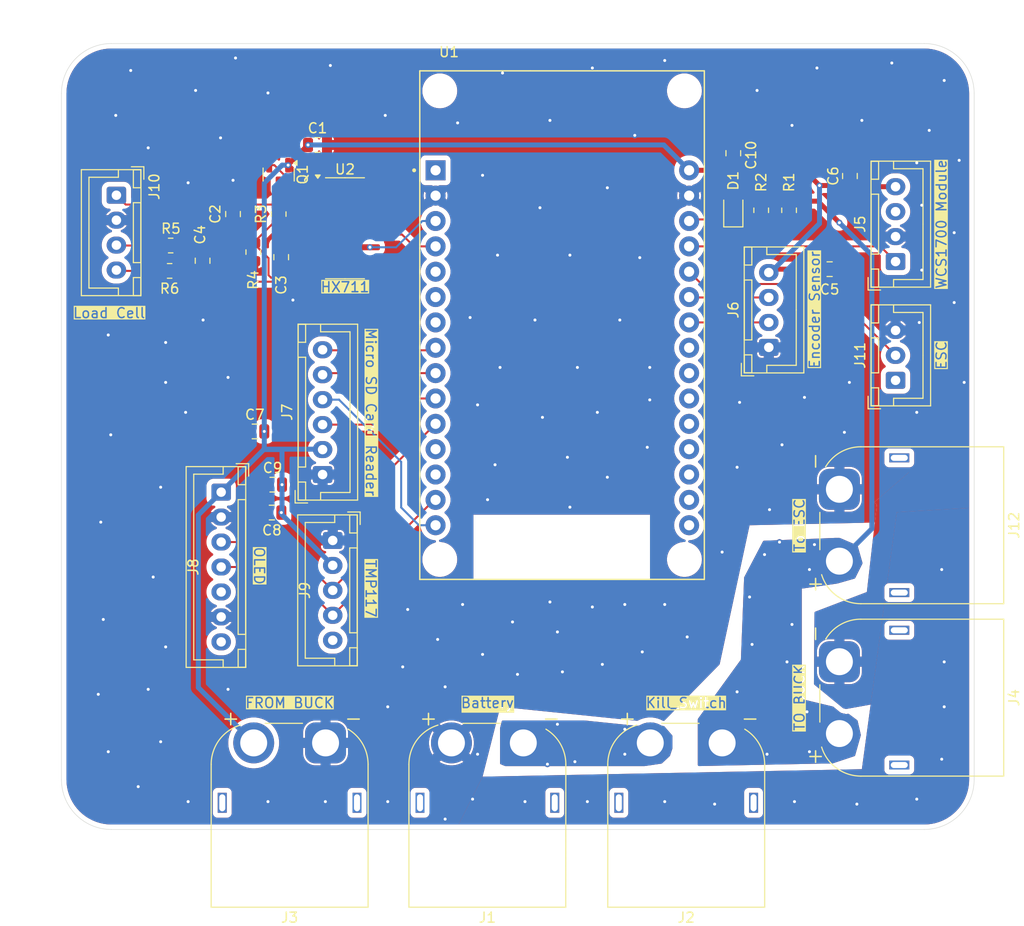
<source format=kicad_pcb>
(kicad_pcb (version 20241229) (generator "pcbnew") (generator_version "9.0")
  (layers (0 "F.Cu" signal) (2 "B.Cu" signal) (13 "F.Paste" user) (15 "B.Paste" user) (5 "F.SilkS" user "F.Silkscreen") (7 "B.SilkS" user "B.Silkscreen") (1 "F.Mask" user) (3 "B.Mask" user) (25 "Edge.Cuts" user))
  (net 0 "")
  (net 1 "VSense")
  (net 2 "CHB")
  (net 7 "CHA")
  (net 9 "Battery_+16V")
  (net 11 "+16V")
  (net 13 "+5V")
  (net 15 "CSense")
  (net 20 "MOSI")
  (net 22 "MISO")
  (net 23 "SCL")
  (net 25 "GND")
  (net 26 "SDA")
  (net 27 "VSPI_CS")
  (net 28 "SCK")
  (net 33 "SPI_SCK")
  (net 34 "Net-(J10-Pin_1)")
  (net 35 "Net-(Q1-B)")
  (net 36 "Net-(U2-INA+)")
  (net 37 "Net-(J10-Pin_3)")
  (net 38 "Net-(U2-INA-)")
  (net 39 "Net-(J10-Pin_4)")
  (net 40 "Net-(J11-Pin_2)")
  (net 41 "DOUT")
  (net 42 "Net-(U2-VBG)")
  (footprint "Resistor_SMD:R_0805_2012Metric" (layer "F.Cu") (at 169.164 67.5055 90)
    (property "Reference" "R2" (at 2.794 0 90) (layer "F.SilkS"))
    (property "Value" "10k" (hide yes))
    (pad "1" smd roundrect (at -0.9125 0 90) (size 1.025 1.4) (layers "F.Cu" "F.Mask" "F.Paste") (roundrect_rratio 0.243902) (net 1 "VSense"))
    (pad "2" smd roundrect (at 0.9125 0 90) (size 1.025 1.4) (layers "F.Cu" "F.Mask" "F.Paste") (roundrect_rratio 0.243902) (net 25 "GND"))
  )
  (footprint "Connector_JST:JST_XH_B7B-XH-A_1x07_P2.50mm_Vertical" (layer "F.Cu") (at 115.062 95.744 -90)
    (property "Reference" "J8" (at 7.5 2.794 90) (layer "F.SilkS"))
    (property "Value" "OLED" (at 7.38 -3.81 270) (layer "F.SilkS" knockout))
    (pad "1" thru_hole roundrect (at 0 0 270) (size 1.7 1.95) (drill 0.95) (layers "*.Cu" "*.Mask") (roundrect_rratio 0.147059) (net 13 "+5V"))
    (pad "2" thru_hole oval (at 2.5 0 270) (size 1.7 1.95) (drill 0.95) (layers "*.Cu" "*.Mask") (net 25 "GND"))
    (pad "3" thru_hole oval (at 5 0 270) (size 1.7 1.95) (drill 0.95) (layers "*.Cu" "*.Mask") (net 26 "SDA"))
    (pad "4" thru_hole oval (at 7.5 0 270) (size 1.7 1.95) (drill 0.95) (layers "*.Cu" "*.Mask") (net 23 "SCL"))
    (pad "5" thru_hole oval (at 10 0 270) (size 1.7 1.95) (drill 0.95) (layers "*.Cu" "*.Mask"))
    (pad "6" thru_hole oval (at 12.5 0 270) (size 1.7 1.95) (drill 0.95) (layers "*.Cu" "*.Mask") (net 25 "GND"))
    (pad "7" thru_hole oval (at 15 0 270) (size 1.7 1.95) (drill 0.95) (layers "*.Cu" "*.Mask"))
  )
  (footprint "Capacitor_SMD:C_0805_2012Metric" (layer "F.Cu") (at 176.022 73.406)
    (property "Reference" "C5" (at 0 2.032 0) (layer "F.SilkS"))
    (property "Value" "10u" (hide yes))
    (pad "1" smd roundrect (at -0.95 0) (size 1 1.45) (layers "F.Cu" "F.Mask" "F.Paste") (net 13 "+5V"))
    (pad "2" smd roundrect (at 0.95 0) (size 1 1.45) (layers "F.Cu" "F.Mask" "F.Paste") (net 25 "GND"))
  )
  (footprint "Connector_JST:JST_XH_B5B-XH-A_1x05_P2.50mm_Vertical" (layer "F.Cu") (at 126.238 100.584 -90)
    (property "Reference" "J9" (at 5 2.794 90) (layer "F.SilkS"))
    (property "Value" "TMP117" (at 4.826 -3.81 270) (layer "F.SilkS" knockout))
    (pad "1" thru_hole roundrect (at 0 0 270) (size 1.7 1.95) (drill 0.95) (layers "*.Cu" "*.Mask") (roundrect_rratio 0.147059) (net 25 "GND"))
    (pad "2" thru_hole oval (at 2.5 0 270) (size 1.7 1.95) (drill 0.95) (layers "*.Cu" "*.Mask") (net 13 "+5V"))
    (pad "3" thru_hole oval (at 5 0 270) (size 1.7 1.95) (drill 0.95) (layers "*.Cu" "*.Mask") (net 26 "SDA"))
    (pad "4" thru_hole oval (at 7.5 0 270) (size 1.7 1.95) (drill 0.95) (layers "*.Cu" "*.Mask") (net 23 "SCL"))
    (pad "5" thru_hole oval (at 10 0 270) (size 1.7 1.95) (drill 0.95) (layers "*.Cu" "*.Mask"))
  )
  (footprint "Resistor_SMD:R_0805_2012Metric" (layer "F.Cu") (at 110.0029 71.0374)
    (property "Reference" "R5" (at 0.0234 -1.6942 0) (layer "F.SilkS"))
    (property "Value" "100" (hide yes))
    (pad "1" smd roundrect (at -0.9125 0) (size 1.025 1.4) (layers "F.Cu" "F.Mask" "F.Paste") (roundrect_rratio 0.243902) (net 37 "Net-(J10-Pin_3)"))
    (pad "2" smd roundrect (at 0.9125 0) (size 1.025 1.4) (layers "F.Cu" "F.Mask" "F.Paste") (roundrect_rratio 0.243902) (net 38 "Net-(U2-INA-)"))
  )
  (footprint "Connector_JST:JST_XH_B4B-XH-A_1x04_P2.50mm_Vertical" (layer "F.Cu") (at 169.926 81.24 90)
    (property "Reference" "J6" (at 3.75 -3.55 90) (layer "F.SilkS"))
    (property "Value" "Encoder Sensor" (at 3.75 4.6 90) (layer "F.SilkS" knockout))
    (pad "1" thru_hole roundrect (at 0 0 90) (size 1.7 1.95) (drill 0.95) (layers "*.Cu" "*.Mask") (roundrect_rratio 0.147059) (net 25 "GND"))
    (pad "2" thru_hole oval (at 2.5 0 90) (size 1.7 1.95) (drill 0.95) (layers "*.Cu" "*.Mask") (net 2 "CHB"))
    (pad "3" thru_hole oval (at 5 0 90) (size 1.7 1.95) (drill 0.95) (layers "*.Cu" "*.Mask") (net 7 "CHA"))
    (pad "4" thru_hole oval (at 7.5 0 90) (size 1.7 1.95) (drill 0.95) (layers "*.Cu" "*.Mask") (net 13 "+5V"))
  )
  (footprint "Connector_JST:JST_XH_B4B-XH-A_1x04_P2.50mm_Vertical" (layer "F.Cu") (at 182.626 72.644 90)
    (property "Reference" "J5" (at 3.75 -3.55 90) (layer "F.SilkS"))
    (property "Value" "WCS1700 Module" (at 3.75 4.6 90) (layer "F.SilkS" knockout))
    (pad "1" thru_hole roundrect (at 0 0 90) (size 1.7 1.95) (drill 0.95) (layers "*.Cu" "*.Mask") (roundrect_rratio 0.147059) (net 15 "CSense"))
    (pad "2" thru_hole oval (at 2.5 0 90) (size 1.7 1.95) (drill 0.95) (layers "*.Cu" "*.Mask") (net 25 "GND"))
    (pad "3" thru_hole oval (at 5 0 90) (size 1.7 1.95) (drill 0.95) (layers "*.Cu" "*.Mask"))
    (pad "4" thru_hole oval (at 7.5 0 90) (size 1.7 1.95) (drill 0.95) (layers "*.Cu" "*.Mask") (net 13 "+5V"))
  )
  (footprint "Diode_SMD:D_0805_2012Metric" (layer "F.Cu") (at 166.37 67.4855 90)
    (property "Reference" "D1" (at 2.9445 0 90) (layer "F.SilkS"))
    (property "Value" "3.3V" (hide yes))
    (pad "1" smd roundrect (at -0.9375 0 90) (size 0.975 1.4) (layers "F.Cu" "F.Mask" "F.Paste") (net 1 "VSense"))
    (pad "2" smd roundrect (at 0.9375 0 90) (size 0.975 1.4) (layers "F.Cu" "F.Mask" "F.Paste") (net 25 "GND"))
  )
  (footprint "Package_SO:SOP-16_3.9x9.9mm_P1.27mm" (layer "F.Cu") (at 127.4654 69.3064)
    (property "Reference" "U2" (at 0 -5.9 0) (layer "F.SilkS"))
    (property "Value" "HX711" (at 0 5.9 0) (layer "F.SilkS" knockout))
    (pad "1" smd roundrect (at -2.5 -4.445) (size 2 0.6) (layers "F.Cu" "F.Mask" "F.Paste") (net 13 "+5V"))
    (pad "2" smd roundrect (at -2.5 -3.175) (size 2 0.6) (layers "F.Cu" "F.Mask" "F.Paste") (net 35 "Net-(Q1-B)"))
    (pad "3" smd roundrect (at -2.5 -1.905) (size 2 0.6) (layers "F.Cu" "F.Mask" "F.Paste") (net 34 "Net-(J10-Pin_1)"))
    (pad "4" smd roundrect (at -2.5 -0.635) (size 2 0.6) (layers "F.Cu" "F.Mask" "F.Paste") (net 38 "Net-(U2-INA-)"))
    (pad "5" smd roundrect (at -2.5 0.635) (size 2 0.6) (layers "F.Cu" "F.Mask" "F.Paste") (net 25 "GND"))
    (pad "6" smd roundrect (at -2.5 1.905) (size 2 0.6) (layers "F.Cu" "F.Mask" "F.Paste") (net 42 "Net-(U2-VBG)"))
    (pad "7" smd roundrect (at -2.5 3.175) (size 2 0.6) (layers "F.Cu" "F.Mask" "F.Paste") (net 38 "Net-(U2-INA-)"))
    (pad "8" smd roundrect (at -2.5 4.445) (size 2 0.6) (layers "F.Cu" "F.Mask" "F.Paste") (net 36 "Net-(U2-INA+)"))
    (pad "9" smd roundrect (at 2.5 4.445) (size 2 0.6) (layers "F.Cu" "F.Mask" "F.Paste") (net 25 "GND"))
    (pad "10" smd roundrect (at 2.5 3.175) (size 2 0.6) (layers "F.Cu" "F.Mask" "F.Paste") (net 25 "GND"))
    (pad "11" smd roundrect (at 2.5 1.905) (size 2 0.6) (layers "F.Cu" "F.Mask" "F.Paste") (net 28 "SCK"))
    (pad "12" smd roundrect (at 2.5 0.635) (size 2 0.6) (layers "F.Cu" "F.Mask" "F.Paste") (net 41 "DOUT"))
    (pad "13" smd roundrect (at 2.5 -0.635) (size 2 0.6) (layers "F.Cu" "F.Mask" "F.Paste"))
    (pad "14" smd roundrect (at 2.5 -1.905) (size 2 0.6) (layers "F.Cu" "F.Mask" "F.Paste") (net 25 "GND"))
    (pad "15" smd roundrect (at 2.5 -3.175) (size 2 0.6) (layers "F.Cu" "F.Mask" "F.Paste") (net 25 "GND"))
    (pad "16" smd roundrect (at 2.5 -4.445) (size 2 0.6) (layers "F.Cu" "F.Mask" "F.Paste") (net 13 "+5V"))
  )
  (footprint "Connector_JST:JST_XH_B4B-XH-A_1x04_P2.50mm_Vertical" (layer "F.Cu") (at 104.5654 65.9974 -90)
    (property "Reference" "J10" (at -0.860723 -3.798355 90) (layer "F.SilkS"))
    (property "Value" "Load Cell" (at 11.807714 0.733084 180) (layer "F.SilkS" knockout))
    (pad "1" thru_hole roundrect (at 0 0 270) (size 1.7 1.95) (drill 0.95) (layers "*.Cu" "*.Mask") (roundrect_rratio 0.147059) (net 34 "Net-(J10-Pin_1)"))
    (pad "2" thru_hole oval (at 2.5 0 270) (size 1.7 1.95) (drill 0.95) (layers "*.Cu" "*.Mask") (net 25 "GND"))
    (pad "3" thru_hole oval (at 5 0 270) (size 1.7 1.95) (drill 0.95) (layers "*.Cu" "*.Mask") (net 37 "Net-(J10-Pin_3)"))
    (pad "4" thru_hole oval (at 7.5 0 270) (size 1.7 1.95) (drill 0.95) (layers "*.Cu" "*.Mask") (net 39 "Net-(J10-Pin_4)"))
  )
  (footprint "Custom_Footprints:MODULE_ESP32_DEVKIT_V1" (layer "F.Cu") (at 149.2435 79.015)
    (property "Reference" "U1" (at -11.355 -27.36 0) (layer "F.SilkS"))
    (property "Value" "ESP32-DEVKIT-V1")
    (pad "" np_thru_hole circle (at -12.28 -23.475) (size 3 3) (drill 3) (layers "*.Cu" "*.Mask"))
    (pad "" np_thru_hole circle (at -12.28 23.475) (size 3 3) (drill 3) (layers "*.Cu" "*.Mask"))
    (pad "" np_thru_hole circle (at 12.23 -23.475) (size 3 3) (drill 3) (layers "*.Cu" "*.Mask"))
    (pad "" np_thru_hole circle (at 12.23 23.475) (size 3 3) (drill 3) (layers "*.Cu" "*.Mask"))
    (pad "1" thru_hole rect (at -12.7 -15.515) (size 2 2) (drill 1.02) (layers "*.Cu" "*.Mask"))
    (pad "2" thru_hole circle (at -12.7 -12.975) (size 2 2) (drill 1.02) (layers "*.Cu" "*.Mask") (net 25 "GND"))
    (pad "3" thru_hole circle (at -12.7 -10.435) (size 2 2) (drill 1.02) (layers "*.Cu" "*.Mask") (net 28 "SCK"))
    (pad "4" thru_hole circle (at -12.7 -7.895) (size 2 2) (drill 1.02) (layers "*.Cu" "*.Mask") (net 41 "DOUT"))
    (pad "5" thru_hole circle (at -12.7 -5.355) (size 2 2) (drill 1.02) (layers "*.Cu" "*.Mask"))
    (pad "6" thru_hole circle (at -12.7 -2.815) (size 2 2) (drill 1.02) (layers "*.Cu" "*.Mask"))
    (pad "7" thru_hole circle (at -12.7 -0.275) (size 2 2) (drill 1.02) (layers "*.Cu" "*.Mask"))
    (pad "8" thru_hole circle (at -12.7 2.265) (size 2 2) (drill 1.02) (layers "*.Cu" "*.Mask") (net 27 "VSPI_CS"))
    (pad "9" thru_hole circle (at -12.7 4.805) (size 2 2) (drill 1.02) (layers "*.Cu" "*.Mask") (net 33 "SPI_SCK"))
    (pad "10" thru_hole circle (at -12.7 7.345) (size 2 2) (drill 1.02) (layers "*.Cu" "*.Mask") (net 22 "MISO"))
    (pad "11" thru_hole circle (at -12.7 9.885) (size 2 2) (drill 1.02) (layers "*.Cu" "*.Mask") (net 26 "SDA"))
    (pad "12" thru_hole circle (at -12.7 12.425) (size 2 2) (drill 1.02) (layers "*.Cu" "*.Mask"))
    (pad "13" thru_hole circle (at -12.7 14.965) (size 2 2) (drill 1.02) (layers "*.Cu" "*.Mask"))
    (pad "14" thru_hole circle (at -12.7 17.505) (size 2 2) (drill 1.02) (layers "*.Cu" "*.Mask") (net 23 "SCL"))
    (pad "15" thru_hole circle (at -12.7 20.045) (size 2 2) (drill 1.02) (layers "*.Cu" "*.Mask") (net 20 "MOSI"))
    (pad "16" thru_hole circle (at 12.7 20.045) (size 2 2) (drill 1.02) (layers "*.Cu" "*.Mask"))
    (pad "17" thru_hole circle (at 12.7 17.505) (size 2 2) (drill 1.02) (layers "*.Cu" "*.Mask"))
    (pad "18" thru_hole circle (at 12.7 14.965) (size 2 2) (drill 1.02) (layers "*.Cu" "*.Mask"))
    (pad "19" thru_hole circle (at 12.7 12.425) (size 2 2) (drill 1.02) (layers "*.Cu" "*.Mask"))
    (pad "20" thru_hole circle (at 12.7 9.885) (size 2 2) (drill 1.02) (layers "*.Cu" "*.Mask"))
    (pad "21" thru_hole circle (at 12.7 7.345) (size 2 2) (drill 1.02) (layers "*.Cu" "*.Mask"))
    (pad "22" thru_hole circle (at 12.7 4.805) (size 2 2) (drill 1.02) (layers "*.Cu" "*.Mask"))
    (pad "23" thru_hole circle (at 12.7 2.265) (size 2 2) (drill 1.02) (layers "*.Cu" "*.Mask"))
    (pad "24" thru_hole circle (at 12.7 -0.275) (size 2 2) (drill 1.02) (layers "*.Cu" "*.Mask") (net 2 "CHB"))
    (pad "25" thru_hole circle (at 12.7 -2.815) (size 2 2) (drill 1.02) (layers "*.Cu" "*.Mask") (net 7 "CHA"))
    (pad "26" thru_hole circle (at 12.7 -5.355) (size 2 2) (drill 1.02) (layers "*.Cu" "*.Mask") (net 40 "Net-(J11-Pin_2)"))
    (pad "27" thru_hole circle (at 12.7 -7.895) (size 2 2) (drill 1.02) (layers "*.Cu" "*.Mask") (net 15 "CSense"))
    (pad "28" thru_hole circle (at 12.7 -10.435) (size 2 2) (drill 1.02) (layers "*.Cu" "*.Mask") (net 1 "VSense"))
    (pad "29" thru_hole circle (at 12.7 -12.975) (size 2 2) (drill 1.02) (layers "*.Cu" "*.Mask") (net 25 "GND"))
    (pad "30" thru_hole circle (at 12.7 -15.515) (size 2 2) (drill 1.02) (layers "*.Cu" "*.Mask") (net 13 "+5V"))
    (zone (net 0) (net_name "") (layer "F.Cu") (connect_pads (clearance 0)) (min_thickness 0.01)
      (keepout (tracks not_allowed) (vias not_allowed) (pads not_allowed) (copperpour not_allowed) (footprints allowed))
      (fill (thermal_gap 0.508) (thermal_bridge_width 0.508))
      (polygon (pts (xy 140.3335 98) (xy 158.0235 98) (xy 158.0235 104.49) (xy 140.3335 104.49)))
    )
    (zone (net 0) (net_name "") (layer "B.Cu") (connect_pads (clearance 0)) (min_thickness 0.01)
      (keepout (tracks not_allowed) (vias not_allowed) (pads not_allowed) (copperpour not_allowed) (footprints allowed))
      (fill (thermal_gap 0.508) (thermal_bridge_width 0.508))
      (polygon (pts (xy 140.3335 98) (xy 158.0235 98) (xy 158.0235 104.49) (xy 140.3335 104.49)))
    )
  )
  (footprint "Capacitor_SMD:C_0805_2012Metric" (layer "F.Cu") (at 118.43 89.662)
    (property "Reference" "C7" (at 0 -1.68 0) (layer "F.SilkS"))
    (property "Value" "10u")
    (pad "1" smd roundrect (at -0.95 0) (size 1 1.45) (layers "F.Cu" "F.Mask" "F.Paste") (net 25 "GND"))
    (pad "2" smd roundrect (at 0.95 0) (size 1 1.45) (layers "F.Cu" "F.Mask" "F.Paste") (net 13 "+5V"))
  )
  (footprint "Connector_AMASS:AMASS_XT60PW-M_1x02_P7.20mm_Horizontal" (layer "F.Cu") (at 145.332 120.866 180)
    (property "Reference" "J1" (at 3.6 -17.5 0) (layer "F.SilkS"))
    (property "Value" "Battery" (at 3.6 4 0) (layer "F.SilkS" knockout))
    (fp_text user "-" (at -2.8 2.5 0) (layer "F.SilkS") (effects (font (size 1.5 1.5))))
    (fp_text user "+" (at 9.5 2.5 0) (layer "F.SilkS") (effects (font (size 1.5 1.5))))
    (pad "" thru_hole rect (at -3.15 -6 180) (size 0.9 2) (drill oval 0.6 1.7) (layers "*.Cu" "*.Mask"))
    (pad "" thru_hole rect (at 10.35 -6 180) (size 0.9 2) (drill oval 0.6 1.7) (layers "*.Cu" "*.Mask"))
    (pad "1" thru_hole roundrect (at 0 0 180) (size 4.1 4.1) (drill 2.7) (layers "*.Cu" "*.Mask") (net 9 "Battery_+16V"))
    (pad "2" thru_hole circle (at 7.2 0 180) (size 4.1 4.1) (drill 2.7) (layers "*.Cu" "*.Mask") (net 25 "GND"))
  )
  (footprint "Capacitor_SMD:C_0805_2012Metric" (layer "F.Cu") (at 116.2494 67.884 -90)
    (property "Reference" "C2" (at 0 1.778 90) (layer "F.SilkS"))
    (property "Value" "10u" (hide yes))
    (pad "1" smd roundrect (at -0.95 0 270) (size 1 1.45) (layers "F.Cu" "F.Mask" "F.Paste") (net 34 "Net-(J10-Pin_1)"))
    (pad "2" smd roundrect (at 0.95 0 270) (size 1 1.45) (layers "F.Cu" "F.Mask" "F.Paste") (net 25 "GND"))
  )
  (footprint "Capacitor_SMD:C_0805_2012Metric" (layer "F.Cu") (at 178.054 64.074 90)
    (property "Reference" "C6" (at 0 -1.68 90) (layer "F.SilkS"))
    (property "Value" "10u")
    (pad "1" smd roundrect (at -0.95 0 90) (size 1 1.45) (layers "F.Cu" "F.Mask" "F.Paste") (net 13 "+5V"))
    (pad "2" smd roundrect (at 0.95 0 90) (size 1 1.45) (layers "F.Cu" "F.Mask" "F.Paste") (net 25 "GND"))
  )
  (footprint "Capacitor_SMD:C_0805_2012Metric" (layer "F.Cu") (at 124.714 60.96)
    (property "Reference" "C1" (at 0 -1.68 0) (layer "F.SilkS"))
    (property "Value" "10u")
    (pad "1" smd roundrect (at -0.95 0) (size 1 1.45) (layers "F.Cu" "F.Mask" "F.Paste") (net 13 "+5V"))
    (pad "2" smd roundrect (at 0.95 0) (size 1 1.45) (layers "F.Cu" "F.Mask" "F.Paste") (net 25 "GND"))
  )
  (footprint "Package_TO_SOT_SMD:SOT-23" (layer "F.Cu") (at 120.8214 63.9239 -90)
    (property "Reference" "Q1" (at 0 -2.4 90) (layer "F.SilkS"))
    (property "Value" "S8550")
    (pad "1" smd roundrect (at -0.9375 -0.95 270) (size 1.475 0.6) (layers "F.Cu" "F.Mask" "F.Paste") (net 13 "+5V"))
    (pad "2" smd roundrect (at -0.9375 0.95 270) (size 1.475 0.6) (layers "F.Cu" "F.Mask" "F.Paste") (net 35 "Net-(Q1-B)"))
    (pad "3" smd roundrect (at 0.9375 0 270) (size 1.475 0.6) (layers "F.Cu" "F.Mask" "F.Paste") (net 34 "Net-(J10-Pin_1)"))
  )
  (footprint "Capacitor_SMD:C_0805_2012Metric" (layer "F.Cu") (at 121.0754 72.202 90)
    (property "Reference" "C3" (at -2.794 0 90) (layer "F.SilkS"))
    (property "Value" "0.1u")
    (pad "1" smd roundrect (at -0.95 0 90) (size 1 1.45) (layers "F.Cu" "F.Mask" "F.Paste") (net 25 "GND"))
    (pad "2" smd roundrect (at 0.95 0 90) (size 1 1.45) (layers "F.Cu" "F.Mask" "F.Paste") (net 42 "Net-(U2-VBG)"))
  )
  (footprint "Capacitor_SMD:C_0805_2012Metric" (layer "F.Cu") (at 113.2014 72.5614 -90)
    (property "Reference" "C4" (at -2.606 0.254 90) (layer "F.SilkS"))
    (property "Value" "0.1u" (hide yes))
    (pad "1" smd roundrect (at -0.95 0 270) (size 1 1.45) (layers "F.Cu" "F.Mask" "F.Paste") (net 38 "Net-(U2-INA-)"))
    (pad "2" smd roundrect (at 0.95 0 270) (size 1 1.45) (layers "F.Cu" "F.Mask" "F.Paste") (net 36 "Net-(U2-INA+)"))
  )
  (footprint "Resistor_SMD:R_0805_2012Metric" (layer "F.Cu") (at 118.2814 71.694 -90)
    (property "Reference" "R4" (at 2.794 0 90) (layer "F.SilkS"))
    (property "Value" "1k")
    (pad "1" smd roundrect (at -0.9125 0 270) (size 1.025 1.4) (layers "F.Cu" "F.Mask" "F.Paste") (roundrect_rratio 0.243902) (net 38 "Net-(U2-INA-)"))
    (pad "2" smd roundrect (at 0.9125 0 270) (size 1.025 1.4) (layers "F.Cu" "F.Mask" "F.Paste") (roundrect_rratio 0.243902) (net 25 "GND"))
  )
  (footprint "Capacitor_SMD:C_0805_2012Metric" (layer "F.Cu") (at 120.142 97.79)
    (property "Reference" "C8" (at 0 1.778 0) (layer "F.SilkS"))
    (property "Value" "10u" (hide yes))
    (pad "1" smd roundrect (at -0.95 0) (size 1 1.45) (layers "F.Cu" "F.Mask" "F.Paste") (net 25 "GND"))
    (pad "2" smd roundrect (at 0.95 0) (size 1 1.45) (layers "F.Cu" "F.Mask" "F.Paste") (net 13 "+5V"))
  )
  (footprint "Resistor_SMD:R_0805_2012Metric" (layer "F.Cu") (at 109.8994 73.5774)
    (property "Reference" "R6" (at 0 1.778 0) (layer "F.SilkS"))
    (property "Value" "100" (hide yes))
    (pad "1" smd roundrect (at -0.9125 0) (size 1.025 1.4) (layers "F.Cu" "F.Mask" "F.Paste") (roundrect_rratio 0.243902) (net 39 "Net-(J10-Pin_4)"))
    (pad "2" smd roundrect (at 0.9125 0) (size 1.025 1.4) (layers "F.Cu" "F.Mask" "F.Paste") (roundrect_rratio 0.243902) (net 36 "Net-(U2-INA+)"))
  )
  (footprint "Capacitor_SMD:C_0805_2012Metric" (layer "F.Cu") (at 120.208 94.996)
    (property "Reference" "C9" (at 0 -1.68 0) (layer "F.SilkS"))
    (property "Value" "10u" (hide yes))
    (pad "1" smd roundrect (at -0.95 0) (size 1 1.45) (layers "F.Cu" "F.Mask" "F.Paste") (net 25 "GND"))
    (pad "2" smd roundrect (at 0.95 0) (size 1 1.45) (layers "F.Cu" "F.Mask" "F.Paste") (net 13 "+5V"))
  )
  (footprint "Capacitor_SMD:C_0805_2012Metric" (layer "F.Cu") (at 166.37 61.788 -90)
    (property "Reference" "C10" (at 0.188 -1.778 90) (layer "F.SilkS"))
    (property "Value" "10u" (hide yes))
    (pad "1" smd roundrect (at -0.95 0 270) (size 1 1.45) (layers "F.Cu" "F.Mask" "F.Paste") (net 25 "GND"))
    (pad "2" smd roundrect (at 0.95 0 270) (size 1 1.45) (layers "F.Cu" "F.Mask" "F.Paste") (net 13 "+5V"))
  )
  (footprint "Connector_AMASS:AMASS_XT60PW-M_1x02_P7.20mm_Horizontal" (layer "F.Cu") (at 177 112.732 -90)
    (property "Reference" "J4" (at 3.6 -17.5 90) (layer "F.SilkS"))
    (property "Value" "TO BUCK" (at 3.6 4 90) (layer "F.SilkS" knockout))
    (fp_text user "+" (at 9.5 2.5 90) (layer "F.SilkS") (effects (font (size 1.5 1.5))))
    (fp_text user "-" (at -2.8 2.5 90) (layer "F.SilkS") (effects (font (size 1.5 1.5))))
    (pad "" thru_hole rect (at -3.15 -6 270) (size 0.9 2) (drill oval 0.6 1.7) (layers "*.Cu" "*.Mask"))
    (pad "" thru_hole rect (at 10.35 -6 270) (size 0.9 2) (drill oval 0.6 1.7) (layers "*.Cu" "*.Mask"))
    (pad "1" thru_hole roundrect (at 0 0 270) (size 4.1 4.1) (drill 2.7) (layers "*.Cu" "*.Mask") (net 25 "GND"))
    (pad "2" thru_hole circle (at 7.2 0 270) (size 4.1 4.1) (drill 2.7) (layers "*.Cu" "*.Mask") (net 11 "+16V"))
  )
  (footprint "Connector_AMASS:AMASS_XT60PW-M_1x02_P7.20mm_Horizontal" (layer "F.Cu") (at 165.252 120.866 180)
    (property "Reference" "J2" (at 3.6 -17.5 0) (layer "F.SilkS"))
    (property "Value" "Kill_Switch" (at 3.6 4 0) (layer "F.SilkS" knockout))
    (fp_text user "-" (at -2.8 2.5 0) (layer "F.SilkS") (effects (font (size 1.5 1.5))))
    (fp_text user "+" (at 9.5 2.5 0) (layer "F.SilkS") (effects (font (size 1.5 1.5))))
    (pad "" thru_hole rect (at -3.15 -6 180) (size 0.9 2) (drill oval 0.6 1.7) (layers "*.Cu" "*.Mask"))
    (pad "" thru_hole rect (at 10.35 -6 180) (size 0.9 2) (drill oval 0.6 1.7) (layers "*.Cu" "*.Mask"))
    (pad "1" thru_hole roundrect (at 0 0 180) (size 4.1 4.1) (drill 2.7) (layers "*.Cu" "*.Mask") (net 11 "+16V"))
    (pad "2" thru_hole circle (at 7.2 0 180) (size 4.1 4.1) (drill 2.7) (layers "*.Cu" "*.Mask") (net 9 "Battery_+16V"))
  )
  (footprint "Connector_AMASS:AMASS_XT60PW-M_1x02_P7.20mm_Horizontal" (layer "F.Cu") (at 125.52 120.866 180)
    (property "Reference" "J3" (at 3.6 -17.5 0) (layer "F.SilkS"))
    (property "Value" "FROM BUCK" (at 3.6 4 0) (layer "F.SilkS" knockout))
    (fp_text user "-" (at -2.8 2.5 0) (layer "F.SilkS") (effects (font (size 1.5 1.5))))
    (fp_text user "+" (at 9.5 2.5 0) (layer "F.SilkS") (effects (font (size 1.5 1.5))))
    (pad "" thru_hole rect (at -3.15 -6 180) (size 0.9 2) (drill oval 0.6 1.7) (layers "*.Cu" "*.Mask"))
    (pad "" thru_hole rect (at 10.35 -6 180) (size 0.9 2) (drill oval 0.6 1.7) (layers "*.Cu" "*.Mask"))
    (pad "1" thru_hole roundrect (at 0 0 180) (size 4.1 4.1) (drill 2.7) (layers "*.Cu" "*.Mask") (net 25 "GND"))
    (pad "2" thru_hole circle (at 7.2 0 180) (size 4.1 4.1) (drill 2.7) (layers "*.Cu" "*.Mask") (net 13 "+5V"))
  )
  (footprint "Connector_JST:JST_XH_B6B-XH-A_1x06_P2.50mm_Vertical" (layer "F.Cu") (at 125.222 93.98 90)
    (property "Reference" "J7" (at 6.25 -3.55 90) (layer "F.SilkS"))
    (property "Value" "Micro SD Card Reader" (at 6.25 4.843 270) (layer "F.SilkS" knockout))
    (pad "1" thru_hole roundrect (at 0 0 90) (size 1.7 1.95) (drill 0.95) (layers "*.Cu" "*.Mask") (roundrect_rratio 0.147059) (net 25 "GND"))
    (pad "2" thru_hole oval (at 2.5 0 90) (size 1.7 1.95) (drill 0.95) (layers "*.Cu" "*.Mask") (net 13 "+5V"))
    (pad "3" thru_hole oval (at 5 0 90) (size 1.7 1.95) (drill 0.95) (layers "*.Cu" "*.Mask") (net 22 "MISO"))
    (pad "4" thru_hole oval (at 7.5 0 90) (size 1.7 1.95) (drill 0.95) (layers "*.Cu" "*.Mask") (net 20 "MOSI"))
    (pad "5" thru_hole oval (at 10 0 90) (size 1.7 1.95) (drill 0.95) (layers "*.Cu" "*.Mask") (net 33 "SPI_SCK"))
    (pad "6" thru_hole oval (at 12.5 0 90) (size 1.7 1.95) (drill 0.95) (layers "*.Cu" "*.Mask") (net 27 "VSPI_CS"))
  )
  (footprint "Connector_AMASS:AMASS_XT60PW-M_1x02_P7.20mm_Horizontal" (layer "F.Cu") (at 177 95.46 -90)
    (property "Reference" "J12" (at 3.6 -17.5 90) (layer "F.SilkS"))
    (property "Value" "To ESC" (at 3.6 4 90) (layer "F.SilkS" knockout))
    (fp_text user "-" (at -2.8 2.5 90) (layer "F.SilkS") (effects (font (size 1.5 1.5))))
    (fp_text user "+" (at 9.5 2.5 90) (layer "F.SilkS") (effects (font (size 1.5 1.5))))
    (pad "" thru_hole rect (at -3.15 -6 270) (size 0.9 2) (drill oval 0.6 1.7) (layers "*.Cu" "*.Mask"))
    (pad "" thru_hole rect (at 10.35 -6 270) (size 0.9 2) (drill oval 0.6 1.7) (layers "*.Cu" "*.Mask"))
    (pad "1" thru_hole roundrect (at 0 0 270) (size 4.1 4.1) (drill 2.7) (layers "*.Cu" "*.Mask") (net 25 "GND"))
    (pad "2" thru_hole circle (at 7.2 0 270) (size 4.1 4.1) (drill 2.7) (layers "*.Cu" "*.Mask") (net 11 "+16V"))
  )
  (footprint "Resistor_SMD:R_0805_2012Metric" (layer "F.Cu") (at 171.958 67.5055 -90)
    (property "Reference" "R1" (at -2.794 0 90) (layer "F.SilkS"))
    (property "Value" "180k" (hide yes))
    (pad "1" smd roundrect (at -0.9125 0 270) (size 1.025 1.4) (layers "F.Cu" "F.Mask" "F.Paste") (roundrect_rratio 0.243902) (net 11 "+16V"))
    (pad "2" smd roundrect (at 0.9125 0 270) (size 1.025 1.4) (layers "F.Cu" "F.Mask" "F.Paste") (roundrect_rratio 0.243902) (net 1 "VSense"))
  )
  (footprint "Resistor_SMD:R_0805_2012Metric" (layer "F.Cu") (at 120.8214 67.884 -90)
    (property "Reference" "R3" (at 0 1.778 90) (layer "F.SilkS"))
    (property "Value" "1k" (hide yes))
    (pad "1" smd roundrect (at -0.9125 0 270) (size 1.025 1.4) (layers "F.Cu" "F.Mask" "F.Paste") (roundrect_rratio 0.243902) (net 34 "Net-(J10-Pin_1)"))
    (pad "2" smd roundrect (at 0.9125 0 270) (size 1.025 1.4) (layers "F.Cu" "F.Mask" "F.Paste") (roundrect_rratio 0.243902) (net 38 "Net-(U2-INA-)"))
  )
  (footprint "Connector_JST:JST_XH_B3B-XH-A_1x03_P2.50mm_Vertical" (layer "F.Cu") (at 182.626 84.542 90)
    (property "Reference" "J11" (at 2.5 -3.55 90) (layer "F.SilkS"))
    (property "Value" "ESC" (at 2.5 4.6 90) (layer "F.SilkS" knockout))
    (pad "1" thru_hole roundrect (at 0 0 90) (size 1.7 1.95) (drill 0.95) (layers "*.Cu" "*.Mask") (roundrect_rratio 0.147059))
    (pad "2" thru_hole oval (at 2.5 0 90) (size 1.7 1.95) (drill 0.95) (layers "*.Cu" "*.Mask") (net 40 "Net-(J11-Pin_2)"))
    (pad "3" thru_hole oval (at 5 0 90) (size 1.7 1.95) (drill 0.95) (layers "*.Cu" "*.Mask") (net 25 "GND"))
  )
  (gr_arc (start 185.5 50.8) (mid 189.035534 52.264466) (end 190.5 55.8) (stroke (width 0.05)) (layer "Edge.Cuts"))
  (gr_arc (start 190.5 124.54) (mid 189.035534 128.075534) (end 185.5 129.54) (stroke (width 0.05)) (layer "Edge.Cuts"))
  (gr_line (start 104.06 50.8) (end 185.5 50.8) (stroke (width 0.05)) (layer "Edge.Cuts"))
  (gr_arc (start 104.06 129.54) (mid 100.524466 128.075534) (end 99.06 124.54) (stroke (width 0.05)) (layer "Edge.Cuts"))
  (gr_arc (start 99.06 55.8) (mid 100.524466 52.264466) (end 104.06 50.8) (stroke (width 0.05)) (layer "Edge.Cuts"))
  (gr_line (start 99.06 124.54) (end 99.06 55.8) (stroke (width 0.05)) (layer "Edge.Cuts"))
  (gr_line (start 190.5 55.8) (end 190.5 124.54) (stroke (width 0.05)) (layer "Edge.Cuts"))
  (gr_line (start 185.5 129.54) (end 104.06 129.54) (stroke (width 0.05)) (layer "Edge.Cuts"))
  (segment (start 171.796 68.418) (end 171.704 68.326) (width 0.2) (layer "F.Cu") (net 1))
  (segment (start 171.612 68.418) (end 169.164 68.418) (width 0.2) (layer "F.Cu") (net 1))
  (segment (start 169.164 68.418) (end 166.375 68.418) (width 0.2) (layer "F.Cu") (net 1))
  (segment (start 166.375 68.418) (end 166.37 68.423) (width 0.2) (layer "F.Cu") (net 1))
  (segment (start 171.704 68.326) (end 171.612 68.418) (width 0.2) (layer "F.Cu") (net 1))
  (segment (start 162.1005 68.423) (end 161.9435 68.58) (width 0.2) (layer "F.Cu") (net 1))
  (segment (start 166.37 68.423) (end 162.1005 68.423) (width 0.2) (layer "F.Cu") (net 1))
  (segment (start 171.958 68.418) (end 171.796 68.418) (width 0.2) (layer "F.Cu") (net 1))
  (segment (start 169.926 78.74) (end 161.9435 78.74) (width 0.2) (layer "F.Cu") (net 2))
  (segment (start 169.926 76.24) (end 161.9835 76.24) (width 0.2) (layer "F.Cu") (net 7))
  (segment (start 161.9835 76.24) (end 161.9435 76.2) (width 0.2) (layer "F.Cu") (net 7))
  (via (at 148.75 119) (size 0.6) (drill 0.3) (layers "F.Cu" "B.Cu") (net 9))
  (via (at 145.332 120.866) (size 0.6) (drill 0.3) (layers "F.Cu" "B.Cu") (net 9))
  (via (at 150.5 122.75) (size 0.6) (drill 0.3) (layers "F.Cu" "B.Cu") (net 9))
  (via (at 155.5 122) (size 0.6) (drill 0.3) (layers "F.Cu" "B.Cu") (net 9))
  (via (at 155.5 119.5) (size 0.6) (drill 0.3) (layers "F.Cu" "B.Cu") (net 9))
  (via (at 147.75 123) (size 0.6) (drill 0.3) (layers "F.Cu" "B.Cu") (net 9))
  (segment (start 174.843 66.593) (end 177 68.75) (width 0.5) (layer "F.Cu") (net 11))
  (segment (start 171.958 66.593) (end 174.843 66.593) (width 0.5) (layer "F.Cu") (net 11))
  (via (at 171 100.75) (size 0.6) (drill 0.3) (layers "F.Cu" "B.Cu") (net 11))
  (via (at 174.5 101) (size 0.6) (drill 0.3) (layers "F.Cu" "B.Cu") (net 11))
  (via (at 166.75 115.75) (size 0.6) (drill 0.3) (layers "F.Cu" "B.Cu") (net 11))
  (via (at 168.25 111) (size 0.6) (drill 0.3) (layers "F.Cu" "B.Cu") (net 11))
  (via (at 174 121.75) (size 0.6) (drill 0.3) (layers "F.Cu" "B.Cu") (net 11))
  (via (at 169.75 122) (size 0.6) (drill 0.3) (layers "F.Cu" "B.Cu") (net 11))
  (via (at 177 68.75) (size 0.6) (drill 0.3) (layers "F.Cu" "B.Cu") (net 11))
  (via (at 171.75 112.75) (size 0.6) (drill 0.3) (layers "F.Cu" "B.Cu") (net 11))
  (via (at 168 106.25) (size 0.6) (drill 0.3) (layers "F.Cu" "B.Cu") (net 11))
  (via (at 174 103.5) (size 0.6) (drill 0.3) (layers "F.Cu" "B.Cu") (net 11))
  (via (at 169.5 102) (size 0.6) (drill 0.3) (layers "F.Cu" "B.Cu") (net 11))
  (via (at 172.25 109) (size 0.6) (drill 0.3) (layers "F.Cu" "B.Cu") (net 11))
  (via (at 173.75 117.75) (size 0.6) (drill 0.3) (layers "F.Cu" "B.Cu") (net 11))
  (segment (start 176.066 120.866) (end 177 119.932) (width 0.2) (layer "B.Cu") (net 11))
  (segment (start 180.25 72) (end 180.25 99.41) (width 0.5) (layer "B.Cu") (net 11))
  (segment (start 180.25 99.41) (end 177 102.66) (width 0.5) (layer "B.Cu") (net 11))
  (segment (start 177 68.75) (end 180.25 72) (width 0.5) (layer "B.Cu") (net 11))
  (segment (start 170.26 73.406) (end 169.926 73.74) (width 0.5) (layer "F.Cu") (net 13))
  (segment (start 121.7714 62.9526) (end 121.7714 62.9864) (width 0.5) (layer "F.Cu") (net 13))
  (segment (start 182.626 65.144) (end 178.174 65.144) (width 0.5) (layer "F.Cu") (net 13))
  (segment (start 175.072 73.406) (end 170.26 73.406) (width 0.5) (layer "F.Cu") (net 13))
  (segment (start 175.006 65.024) (end 172.72 62.738) (width 0.5) (layer "F.Cu") (net 13))
  (segment (start 124.112 64.008) (end 122.793 64.008) (width 0.5) (layer "F.Cu") (net 13))
  (segment (start 124.9654 64.8614) (end 129.9654 64.8614) (width 0.5) (layer "F.Cu") (net 13))
  (segment (start 123.764 60.96) (end 121.7714 62.9526) (width 0.5) (layer "F.Cu") (net 13))
  (segment (start 178.054 65.024) (end 175.006 65.024) (width 0.5) (layer "F.Cu") (net 13))
  (segment (start 161.9435 63.5) (end 165.608 63.5) (width 0.5) (layer "F.Cu") (net 13))
  (segment (start 178.174 65.144) (end 178.054 65.024) (width 0.5) (layer "F.Cu") (net 13))
  (segment (start 122.793 64.008) (end 121.7714 62.9864) (width 0.5) (layer "F.Cu") (net 13))
  (segment (start 124.112 64.008) (end 124.9654 64.8614) (width 0.5) (layer "F.Cu") (net 13))
  (segment (start 165.608 63.5) (end 166.37 62.738) (width 0.5) (layer "F.Cu") (net 13))
  (segment (start 172.72 62.738) (end 166.37 62.738) (width 0.5) (layer "F.Cu") (net 13))
  (via (at 121.7714 62.9864) (size 0.6) (drill 0.3) (layers "F.Cu" "B.Cu") (net 13))
  (via (at 121.158 94.996) (size 0.6) (drill 0.3) (layers "F.Cu" "B.Cu") (net 13))
  (via (at 123.764 60.96) (size 0.6) (drill 0.3) (layers "F.Cu" "B.Cu") (net 13))
  (via (at 119.38 89.662) (size 0.6) (drill 0.3) (layers "F.Cu" "B.Cu") (net 13))
  (via (at 175.006 65.024) (size 0.6) (drill 0.3) (layers "F.Cu" "B.Cu") (net 13))
  (via (at 121.092 97.79) (size 0.6) (drill 0.3) (layers "F.Cu" "B.Cu") (net 13))
  (segment (start 175.006 68.834) (end 170.1 73.74) (width 0.5) (layer "B.Cu") (net 13))
  (segment (start 118.32 120.866) (end 112.776 115.322) (width 0.5) (layer "B.Cu") (net 13))
  (segment (start 119.326 91.48) (end 115.062 95.744) (width 0.5) (layer "B.Cu") (net 13))
  (segment (start 121.092 97.79) (end 121.158 97.724) (width 0.5) (layer "B.Cu") (net 13))
  (segment (start 121.7714 62.9864) (end 121.1636 62.9864) (width 0.5) (layer "B.Cu") (net 13))
  (segment (start 123.764 60.96) (end 159.4035 60.96) (width 0.5) (layer "B.Cu") (net 13))
  (segment (start 121.158 97.856) (end 121.158 98.004) (width 0.5) (layer "B.Cu") (net 13))
  (segment (start 124.714 91.48) (end 125.222 91.48) (width 0.5) (layer "B.Cu") (net 13))
  (segment (start 112.776 98.03) (end 115.062 95.744) (width 0.5) (layer "B.Cu") (net 13))
  (segment (start 125.182 91.44) (end 119.366 91.44) (width 0.5) (layer "B.Cu") (net 13))
  (segment (start 121.1636 62.9864) (end 119.38 64.77) (width 0.5) (layer "B.Cu") (net 13))
  (segment (start 121.158 98.004) (end 126.238 103.084) (width 0.5) (layer "B.Cu") (net 13))
  (segment (start 159.4035 60.96) (end 161.9435 63.5) (width 0.5) (layer "B.Cu") (net 13))
  (segment (start 170.1 73.74) (end 169.926 73.74) (width 0.5) (layer "B.Cu") (net 13))
  (segment (start 119.38 89.662) (end 119.38 91.426) (width 0.5) (layer "B.Cu") (net 13))
  (segment (start 125.222 91.48) (end 125.182 91.44) (width 0.5) (layer "B.Cu") (net 13))
  (segment (start 121.158 97.724) (end 121.158 94.996) (width 0.5) (layer "B.Cu") (net 13))
  (segment (start 121.092 97.79) (end 121.158 97.856) (width 0.5) (layer "B.Cu") (net 13))
  (segment (start 121.158 94.996) (end 121.158 91.48) (width 0.5) (layer "B.Cu") (net 13))
  (segment (start 175.006 65.024) (end 175.006 68.834) (width 0.5) (layer "B.Cu") (net 13))
  (segment (start 121.158 91.48) (end 119.326 91.48) (width 0.5) (layer "B.Cu") (net 13))
  (segment (start 112.776 115.322) (end 112.776 98.03) (width 0.5) (layer "B.Cu") (net 13))
  (segment (start 119.366 91.44) (end 119.326 91.48) (width 0.5) (layer "B.Cu") (net 13))
  (segment (start 119.38 64.77) (end 119.38 89.662) (width 0.5) (layer "B.Cu") (net 13))
  (segment (start 119.38 91.426) (end 119.326 91.48) (width 0.5) (layer "B.Cu") (net 13))
  (segment (start 181.102 71.12) (end 182.626 72.644) (width 0.2) (layer "F.Cu") (net 15))
  (segment (start 161.9435 71.12) (end 181.102 71.12) (width 0.2) (layer "F.Cu") (net 15))
  (segment (start 133.096 97.282) (end 134.874 99.06) (width 0.2) (layer "B.Cu") (net 20))
  (segment (start 133.096 92.71) (end 133.096 97.282) (width 0.2) (layer "B.Cu") (net 20))
  (segment (start 126.88 86.48) (end 126.873 86.487) (width 0.2) (layer "B.Cu") (net 20))
  (segment (start 126.873 86.487) (end 133.096 92.71) (width 0.2) (layer "B.Cu") (net 20))
  (segment (start 134.874 99.06) (end 136.5435 99.06) (width 0.2) (layer "B.Cu") (net 20))
  (segment (start 125.222 86.48) (end 126.88 86.48) (width 0.2) (layer "B.Cu") (net 20))
  (segment (start 134.112 86.36) (end 131.492 88.98) (width 0.2) (layer "F.Cu") (net 22))
  (segment (start 136.5435 86.36) (end 134.112 86.36) (width 0.2) (layer "F.Cu") (net 22))
  (segment (start 131.492 88.98) (end 125.222 88.98) (width 0.2) (layer "F.Cu") (net 22))
  (segment (start 133.604 99.314) (end 133.604 100.718) (width 0.2) (layer "F.Cu") (net 23))
  (segment (start 136.5435 96.52) (end 136.398 96.52) (width 0.2) (layer "F.Cu") (net 23))
  (segment (start 121.398 103.244) (end 126.238 108.084) (width 0.2) (layer "F.Cu") (net 23))
  (segment (start 115.062 103.244) (end 121.398 103.244) (width 0.2) (layer "F.Cu") (net 23))
  (segment (start 133.604 100.718) (end 126.238 108.084) (width 0.2) (layer "F.Cu") (net 23))
  (segment (start 136.398 96.52) (end 133.604 99.314) (width 0.2) (layer "F.Cu") (net 23))
  (segment (start 104.902 68.834) (end 104.5654 68.4974) (width 0.2) (layer "F.Cu") (net 25))
  (via (at 182.25 52.75) (size 0.6) (drill 0.3) (layers "F.Cu" "B.Cu") (net 25))
  (via (at 109 95.25) (size 0.6) (drill 0.3) (layers "F.Cu" "B.Cu") (net 25))
  (via (at 158 83.25) (size 0.6) (drill 0.3) (layers "F.Cu" "B.Cu") (net 25))
  (via (at 103.75 80) (size 0.6) (drill 0.3) (layers "F.Cu" "B.Cu") (net 25))
  (via (at 184.75 126.5) (size 0.6) (drill 0.3) (layers "F.Cu" "B.Cu") (net 25))
  (via (at 106 53.5) (size 0.6) (drill 0.3) (layers "F.Cu" "B.Cu") (net 25))
  (via (at 152.25 107.25) (size 0.6) (drill 0.3) (layers "F.Cu" "B.Cu") (net 25))
  (via (at 157 72.25) (size 0.6) (drill 0.3) (layers "F.Cu" "B.Cu") (net 25))
  (via (at 165.25 101.75) (size 0.6) (drill 0.3) (layers "F.Cu" "B.Cu") (net 25))
  (via (at 184.75 87.75) (size 0.6) (drill 0.3) (layers "F.Cu" "B.Cu") (net 25))
  (via (at 111.75 126.75) (size 0.6) (drill 0.3) (layers "F.Cu" "B.Cu") (net 25))
  (via (at 188.5 69.75) (size 0.6) (drill 0.3) (layers "F.Cu" "B.Cu") (net 25))
  (via (at 141.25 112) (size 0.6) (drill 0.3) (layers "F.Cu" "B.Cu") (net 25))
  (via (at 149.25 113.75) (size 0.6) (drill 0.3) (layers "F.Cu" "B.Cu") (net 25))
  (via (at 115 60.25) (size 0.6) (drill 0.3) (layers "F.Cu" "B.Cu") (net 25))
  (via (at 174.75 53.25) (size 0.6) (drill 0.3) (layers "F.Cu" "B.Cu") (net 25))
  (via (at 103.75 121.75) (size 0.6) (drill 0.3) (layers "F.Cu" "B.Cu") (net 25))
  (via (at 186 59.5) (size 0.6) (drill 0.3) (layers "F.Cu" "B.Cu") (net 25))
  (via (at 109.5 111.25) (size 0.6) (drill 0.3) (layers "F.Cu" "B.Cu") (net 25))
  (via (at 185.25 73.5) (size 0.6) (drill 0.3) (layers "F.Cu" "B.Cu") (net 25))
  (via (at 140 78.25) (size 0.6) (drill 0.3) (layers "F.Cu" "B.Cu") (net 25))
  (via (at 133.75 107.5) (size 0.6) (drill 0.3) (layers "F.Cu" "B.Cu") (net 25))
  (via (at 147.25 88.25) (size 0.6) (drill 0.3) (layers "F.Cu" "B.Cu") (net 25))
  (via (at 189 62.5) (size 0.6) (drill 0.3) (layers "F.Cu" "B.Cu") (net 25))
  (via (at 131.5 58) (size 0.6) (drill 0.3) (layers "F.Cu" "B.Cu") (net 25))
  (via (at 109.5 84.75) (size 0.6) (drill 0.3) (layers "F.Cu" "B.Cu") (net 25))
  (via (at 157.25 111.75) (size 0.6) (drill 0.3) (layers "F.Cu" "B.Cu") (net 25))
  (via (at 152.75 87.75) (size 0.6) (drill 0.3) (layers "F.Cu" "B.Cu") (net 25))
  (via (at 153.75 94.25) (size 0.6) (drill 0.3) (layers "F.Cu" "B.Cu") (net 25))
  (via (at 172.5 126.75) (size 0.6) (drill 0.3) (layers "F.Cu" "B.Cu") (net 25))
  (via (at 185 78.75) (size 0.6) (drill 0.3) (layers "F.Cu" "B.Cu") (net 25))
  (via (at 148 58.5) (size 0.6) (drill 0.3) (layers "F.Cu" "B.Cu") (net 25))
  (via (at 116.25 64.5) (size 0.6) (drill 0.3) (layers "F.Cu" "B.Cu") (net 25))
  (via (at 170 97.5) (size 0.6) (drill 0.3) (layers "F.Cu" "B.Cu") (net 25))
  (via (at 108.25 104.25) (size 0.6) (drill 0.3) (layers "F.Cu" "B.Cu") (net 25))
  (via (at 107.75 61.25) (size 0.6) (drill 0.3) (layers "F.Cu" "B.Cu") (net 25))
  (via (at 157.75 91.25) (size 0.6) (drill 0.3) (layers "F.Cu" "B.Cu") (net 25))
  (via (at 158 86.5) (size 0.6) (drill 0.3) (layers "F.Cu" "B.Cu") (net 25))
  (via (at 184.75 62.75) (size 0.6) (drill 0.3) (layers "F.Cu" "B.Cu") (net 25))
  (via (at 104.5 58) (size 0.6) (drill 0.3) (layers "F.Cu" "B.Cu") (net 25))
  (via (at 137.5 115.25) (size 0.6) (drill 0.3) (layers "F.Cu" "B.Cu") (net 25))
  (via (at 116.5 52.25) (size 0.6) (drill 0.3) (layers "F.Cu" "B.Cu") (net 25))
  (via (at 107.75 115.5) (size 0.6) (drill 0.3) (layers "F.Cu" "B.Cu") (net 25))
  (via (at 145.5 126.75) (size 0.6) (drill 0.3) (layers "F.Cu" "B.Cu") (net 25))
  (via (at 187.5 112.75) (size 0.6) (drill 0.3) (layers "F.Cu" "B.Cu") (net 25))
  (via (at 142.5 93) (size 0.6) (drill 0.3) (layers "F.Cu" "B.Cu") (net 25))
  (via (at 103.25 108.5) (size 0.6) (drill 0.3) (layers "F.Cu" "B.Cu") (net 25))
  (via (at 143.25 53.75) (size 0.6) (drill 0.3) (layers "F.Cu" "B.Cu") (net 25))
  (via (at 140.25 126.5) (size 0.6) (drill 0.3) (layers "F.Cu" "B.Cu") (net 25))
  (via (at 119.75 126.75) (size 0.6) (drill 0.3) (layers "F.Cu" "B.Cu") (net 25))
  (via (at 143 83.25) (size 0.6) (drill 0.3) (layers "F.Cu" "B.Cu") (net 25))
  (via (at 150.75 83.25) (size 0.6) (drill 0.3) (layers "F.Cu" "B.Cu") (net 25))
  (via (at 187.5 54.5) (size 0.6) (drill 0.3) (layers "F.Cu" "B.Cu") (net 25))
  (via (at 109 120.75) (size 0.6) (drill 0.3) (layers "F.Cu" "B.Cu") (net 25))
  (via (at 185.25 67) (size 0.6) (drill 0.3) (layers "F.Cu" "B.Cu") (net 25))
  (via (at 122.25 76.5) (size 0.6) (drill 0.3) (layers "F.Cu" "B.Cu") (net 25))
  (via (at 147 67.25) (size 0.6) (drill 0.3) (layers "F.Cu" "B.Cu") (net 25))
  (via (at 112.5 55.5) (size 0.6) (drill 0.3) (layers "F.Cu" "B.Cu") (net 25))
  (via (at 141.75 96.5) (size 0.6) (drill 0.3) (layers "F.Cu" "B.Cu") (net 25))
  (via (at 144.25 108.75) (size 0.6) (drill 0.3) (layers "F.Cu" "B.Cu") (net 25))
  (via (at 146.5 78.5) (size 0.6) (drill 0.3) (layers "F.Cu" "B.Cu") (net 25))
  (via (at 102.75 116) (size 0.6) (drill 0.3) (layers "F.Cu" "B.Cu") (net 25))
  (via (at 150 97.25) (size 0.6) (drill 0.3) (layers "F.Cu" "B.Cu") (net 25))
  (via (at 138.75 58.75) (size 0.6) (drill 0.3) (layers "F.Cu" "B.Cu") (net 25))
  (via (at 111.75 64.75) (size 0.6) (drill 0.3) (layers "F.Cu" "B.Cu") (net 25))
  (via (at 140.75 122) (size 0.6) (drill 0.3) (layers "F.Cu" "B.Cu") (net 25))
  (via (at 188.5 76.75) (size 0.6) (drill 0.3) (layers "F.Cu" "B.Cu") (net 25))
  (via (at 115.75 115.5) (size 0.6) (drill 0.3) (layers "F.Cu" "B.Cu") (net 25))
  (via (at 159.5 107) (size 0.6) (drill 0.3) (layers "F.Cu" "B.Cu") (net 25))
  (via (at 178 84.75) (size 0.6) (drill 0.3) (layers "F.Cu" "B.Cu") (net 25))
  (via (at 148.75 109.75) (size 0.6) (drill 0.3) (layers "F.Cu" "B.Cu") (net 25))
  (via (at 166.75 93.25) (size 0.6) (drill 0.3) (layers "F.Cu" "B.Cu") (net 25))
  (via (at 153.25 113) (size 0.6) (drill 0.3) (layers "F.Cu" "B.Cu") (net 25))
  (via (at 187.5 117.25) (size 0.6) (drill 0.3) (layers "F.Cu" "B.Cu") (net 25))
  (via (at 131.75 117.25) (size 0.6) (drill 0.3) (layers "F.Cu" "B.Cu") (net 25))
  (via (at 136.75 110.5) (size 0.6) (drill 0.3) (layers "F.Cu" "B.Cu") (net 25))
  (via (at 115.75 84.25) (size 0.6) (drill 0.3) (layers "F.Cu" "B.Cu") (net 25))
  (via (at 133.25 113.25) (size 0.6) (drill 0.3) (layers "F.Cu" "B.Cu") (net 25))
  (via (at 126 53) (size 0.6) (drill 0.3) (layers "F.Cu" "B.Cu") (net 25))
  (via (at 144.75 114) (size 0.6) (drill 0.3) (layers "F.Cu" "B.Cu") (net 25))
  (via (at 155 78.5) (size 0.6) (drill 0.3) (layers "F.Cu" "B.Cu") (net 25))
  (via (at 179.25 58.5) (size 0.6) (drill 0.3) (layers "F.Cu" "B.Cu") (net 25))
  (via (at 141.25 64) (size 0.6) (drill 0.3) (layers "F.Cu" "B.Cu") (net 25))
  (via (at 159.5 126.75) (size 0.6) (drill 0.3) (layers "F.Cu" "B.Cu") (net 25))
  (via (at 109.5 80.75) (size 0.6) (drill 0.3) (layers "F.Cu" "B.Cu") (net 25))
  (via (at 167 86.75) (size 0.6) (drill 0.3) (layers "F.Cu" "B.Cu") (net 25))
  (via (at 178.75 127) (size 0.6) (drill 0.3) (layers "F.Cu" "B.Cu") (net 25))
  (via (at 119.75 55.75) (size 0.6) (drill 0.3) (layers "F.Cu" "B.Cu") (net 25))
  (via (at 148 106.75) (size 0.6) (drill 0.3) (layers "F.Cu" "B.Cu") (net 25))
  (via (at 150 72) (size 0.6) (drill 0.3) (layers "F.Cu" "B.Cu") (net 25))
  (via (at 149.75 92.25) (size 0.6) (drill 0.3) (layers "F.Cu" "B.Cu") (net 25))
  (via (at 153.75 65.25) (size 0.6) (drill 0.3) (layers "F.Cu" "B.Cu") (net 25))
  (via (at 177.5 89.75) (size 0.6) (drill 0.3) (layers "F.Cu" "B.Cu") (net 25))
  (via (at 187.25 122.5) (size 0.6) (drill 0.3) (layers "F.Cu" "B.Cu") (net 25))
  (via (at 140.75 87) (size 0.6) (drill 0.3) (layers "F.Cu" "B.Cu") (net 25))
  (via (at 161.75 110.25) (size 0.6) (drill 0.3) (layers "F.Cu" "B.Cu") (net 25))
  (via (at 104 90) (size 0.6) (drill 0.3) (layers "F.Cu" "B.Cu") (net 25))
  (via (at 159.5 52.5) (size 0.6) (drill 0.3) (layers "F.Cu" "B.Cu") (net 25))
  (via (at 173.5 86.25) (size 0.6) (drill 0.3) (layers "F.Cu" "B.Cu") (net 25))
  (via (at 156.5 60) (size 0.6) (drill 0.3) (layers "F.Cu" "B.Cu") (net 25))
  (via (at 189.5 84.75) (size 0.6) (drill 0.3) (layers "F.Cu" "B.Cu") (net 25))
  (via (at 155.5 107) (size 0.6) (drill 0.3) (layers "F.Cu" "B.Cu") (net 25))
  (via (at 131.75 126.75) (size 0.6) (drill 0.3) (layers "F.Cu" "B.Cu") (net 25))
  (via (at 113.25 78.5) (size 0.6) (drill 0.3) (layers "F.Cu" "B.Cu") (net 25))
  (via (at 164.5 127) (size 0.6) (drill 0.3) (layers "F.Cu" "B.Cu") (net 25))
  (via (at 171.25 91) (size 0.6) (drill 0.3) (layers "F.Cu" "B.Cu") (net 25))
  (via (at 106.75 125.25) (size 0.6) (drill 0.3) (layers "F.Cu" "B.Cu") (net 25))
  (via (at 103 98.75) (size 0.6) (drill 0.3) (layers "F.Cu" "B.Cu") (net 25))
  (via (at 125.5 126.75) (size 0.6) (drill 0.3) (layers "F.Cu" "B.Cu") (net 25))
  (via (at 151.75 126.75) (size 0.6) (drill 0.3) (layers "F.Cu" "B.Cu") (net 25))
  (via (at 139.25 107) (size 0.6) (drill 0.3) (layers "F.Cu" "B.Cu") (net 25))
  (via (at 142.75 72) (size 0.6) (drill 0.3) (layers "F.Cu" "B.Cu") (net 25))
  (via (at 172.25 59) (size 0.6) (drill 0.3) (layers "F.Cu" "B.Cu") (net 25))
  (via (at 152.25 53.25) (size 0.6) (drill 0.3) (layers "F.Cu" "B.Cu") (net 25))
  (via (at 111.5 87.75) (size 0.6) (drill 0.3) (layers "F.Cu" "B.Cu") (net 25))
  (via (at 187.25 103.5) (size 0.6) (drill 0.3) (layers "F.Cu" "B.Cu") (net 25))
  (via (at 137.5 128.5) (size 0.6) (drill 0.3) (layers "F.Cu" "B.Cu") (net 25))
  (via (at 168.75 55.5) (size 0.6) (drill 0.3) (layers "F.Cu" "B.Cu") (net 25))
  (segment (start 132.08 99.568) (end 126.238 105.41) (width 0.2) (layer "F.Cu") (net 26))
  (segment (start 121.398 100.744) (end 115.062 100.744) (width 0.2) (layer "F.Cu") (net 26))
  (segment (start 126.238 105.41) (end 126.238 105.584) (width 0.2) (layer "F.Cu") (net 26))
  (segment (start 126.238 105.584) (end 121.398 100.744) (width 0.2) (layer "F.Cu") (net 26))
  (segment (start 136.5435 88.9) (end 132.08 93.3635) (width 0.2) (layer "F.Cu") (net 26))
  (segment (start 132.08 93.3635) (end 132.08 99.568) (width 0.2) (layer "F.Cu") (net 26))
  (segment (start 136.2895 81.534) (end 125.276 81.534) (width 0.2) (layer "F.Cu") (net 27))
  (segment (start 136.5435 81.28) (end 136.2895 81.534) (width 0.2) (layer "F.Cu") (net 27))
  (segment (start 125.276 81.534) (end 125.222 81.48) (width 0.2) (layer "F.Cu") (net 27))
  (via (at 129.9654 71.2114) (size 0.6) (drill 0.3) (layers "F.Cu" "B.Cu") (net 28))
  (segment (start 132.588 71.2114) (end 135.2194 68.58) (width 0.2) (layer "B.Cu") (net 28))
  (segment (start 129.9654 71.2114) (end 132.588 71.2114) (width 0.2) (layer "B.Cu") (net 28))
  (segment (start 135.2194 68.58) (end 136.5435 68.58) (width 0.2) (layer "B.Cu") (net 28))
  (segment (start 125.382 83.82) (end 125.222 83.98) (width 0.2) (layer "F.Cu") (net 33))
  (segment (start 136.5435 83.82) (end 125.382 83.82) (width 0.2) (layer "F.Cu") (net 33))
  (segment (start 120.8214 64.8614) (end 120.8214 66.9715) (width 0.2) (layer "F.Cu") (net 34))
  (segment (start 120.8214 66.9715) (end 124.5355 66.9715) (width 0.2) (layer "F.Cu") (net 34))
  (segment (start 116.2494 66.934) (end 120.7839 66.934) (width 0.2) (layer "F.Cu") (net 34))
  (segment (start 116.2494 66.934) (end 105.502 66.934) (width 0.2) (layer "F.Cu") (net 34))
  (segment (start 120.7839 66.934) (end 120.8214 66.9715) (width 0.2) (layer "F.Cu") (net 34))
  (segment (start 105.502 66.934) (end 104.5654 65.9974) (width 0.2) (layer "F.Cu") (net 34))
  (segment (start 124.5355 66.9715) (end 124.9654 67.4014) (width 0.2) (layer "F.Cu") (net 34))
  (segment (start 123.536932 66.1314) (end 124.9654 66.1314) (width 0.2) (layer "F.Cu") (net 35))
  (segment (start 119.8714 62.9864) (end 120.391932 62.9864) (width 0.2) (layer "F.Cu") (net 35))
  (segment (start 120.391932 62.9864) (end 123.536932 66.1314) (width 0.2) (layer "F.Cu") (net 35))
  (segment (start 113.2014 73.5114) (end 110.8779 73.5114) (width 0.2) (layer "F.Cu") (net 36))
  (segment (start 110.8779 73.5114) (end 110.8119 73.5774) (width 0.2) (layer "F.Cu") (net 36))
  (segment (start 124.9654 73.7514) (end 124.0564 74.6604) (width 0.2) (layer "F.Cu") (net 36))
  (segment (start 124.0564 74.6604) (end 114.3504 74.6604) (width 0.2) (layer "F.Cu") (net 36))
  (segment (start 114.3504 74.6604) (end 113.2014 73.5114) (width 0.2) (layer "F.Cu") (net 36))
  (segment (start 109.0904 71.0374) (end 104.6054 71.0374) (width 0.2) (layer "F.Cu") (net 37))
  (segment (start 104.6054 71.0374) (end 104.5654 70.9974) (width 0.2) (layer "F.Cu") (net 37))
  (segment (start 112.6274 71.0374) (end 113.2014 71.6114) (width 0.2) (layer "F.Cu") (net 38))
  (segment (start 120.8214 68.7965) (end 120.2664 68.7965) (width 0.2) (layer "F.Cu") (net 38))
  (segment (start 119.8054 72.3055) (end 118.2814 70.7815) (width 0.2) (layer "F.Cu") (net 38))
  (segment (start 110.9154 71.0374) (end 112.6274 71.0374) (width 0.2) (layer "F.Cu") (net 38))
  (segment (start 120.0594 74.2594) (end 119.8054 74.0054) (width 0.2) (layer "F.Cu") (net 38))
  (segment (start 123.3614 72.4814) (end 122.5994 73.2434) (width 0.2) (layer "F.Cu") (net 38))
  (segment (start 114.0313 70.7815) (end 113.2014 71.6114) (width 0.2) (layer "F.Cu") (net 38))
  (segment (start 118.2814 70.7815) (end 114.0313 70.7815) (width 0.2) (layer "F.Cu") (net 38))
  (segment (start 119.8054 74.0054) (end 119.8054 72.3055) (width 0.2) (layer "F.Cu") (net 38))
  (segment (start 122.5994 73.2434) (end 122.5994 74.0054) (width 0.2) (layer "F.Cu") (net 38))
  (segment (start 124.9654 72.4814) (end 123.3614 72.4814) (width 0.2) (layer "F.Cu") (net 38))
  (segment (start 120.2664 68.7965) (end 118.2814 70.7815) (width 0.2) (layer "F.Cu") (net 38))
  (segment (start 122.5994 74.0054) (end 122.3454 74.2594) (width 0.2) (layer "F.Cu") (net 38))
  (segment (start 122.3454 74.2594) (end 120.0594 74.2594) (width 0.2) (layer "F.Cu") (net 38))
  (segment (start 104.6454 73.5774) (end 104.5654 73.4974) (width 0.2) (layer "F.Cu") (net 39))
  (segment (start 108.9869 73.5774) (end 104.6454 73.5774) (width 0.2) (layer "F.Cu") (net 39))
  (segment (start 161.9435 73.66) (end 163.1745 74.891) (width 0.2) (layer "F.Cu") (net 40))
  (segment (start 163.1745 74.891) (end 175.475 74.891) (width 0.2) (layer "F.Cu") (net 40))
  (segment (start 161.9435 73.66) (end 162.56 73.66) (width 0.2) (layer "F.Cu") (net 40))
  (segment (start 175.475 74.891) (end 182.626 82.042) (width 0.2) (layer "F.Cu") (net 40))
  (segment (start 134.366 71.12) (end 136.5435 71.12) (width 0.2) (layer "F.Cu") (net 41))
  (segment (start 133.1874 69.9414) (end 134.366 71.12) (width 0.2) (layer "F.Cu") (net 41))
  (segment (start 129.9654 69.9414) (end 133.1874 69.9414) (width 0.2) (layer "F.Cu") (net 41))
  (segment (start 121.0754 71.252) (end 124.9248 71.252) (width 0.2) (layer "F.Cu") (net 42))
  (segment (start 124.9248 71.252) (end 124.9654 71.2114) (width 0.2) (layer "F.Cu") (net 42))
  (zone (net 9) (net_name "Battery_+16V") (layers "F.Cu" "B.Cu") (connect_pads yes (clearance 0.5)) (min_thickness 0.25) (fill yes (thermal_gap 0.2) (thermal_bridge_width 1))
    (polygon (pts (xy 143.51 123.19) (xy 143.002 122.980034) (xy 143.002 118.618) (xy 144.526 118.618) (xy 158.496 118.618) (xy 159.202 118.906) (xy 160.274 120.142) (xy 160.274 121.412) (xy 160.02 122.174) (xy 159.202 122.936) (xy 157.48 123.19)))
  )
  (zone (net 11) (net_name "+16V") (layers "F.Cu" "B.Cu") (connect_pads yes (clearance 0.5)) (min_thickness 0.25) (fill yes (thermal_gap 0.2) (thermal_bridge_width 1))
    (polygon (pts (xy 167.454492 104.286328) (xy 167.132 112.522) (xy 162.814 118.47286) (xy 162.814 123.19) (xy 175.26 122.936) (xy 176.276 122.936) (xy 178.562 122.174) (xy 179.15 120.082) (xy 178.816 118.618) (xy 177.8 117.856) (xy 177.5 117.5) (xy 173.228 116.48) (xy 173.228 110.236) (xy 173.228 105.41) (xy 176.784 104.902) (xy 178.562 104.394) (xy 179.324 102.87) (xy 178.816 101.092) (xy 177.038 100.33) (xy 176.53 100.33) (xy 176.262642 100.343358) (xy 169.37717 100.615762)))
  )
  (zone (net 25) (net_name "GND") (layers "F.Cu" "B.Cu") (priority 2) (connect_pads (clearance 0.5)) (min_thickness 0.25) (fill yes (thermal_gap 0.2) (thermal_bridge_width 1))
    (polygon (pts (xy 180.75 97) (xy 179.75 105.75) (xy 174.5 107.75) (xy 174.45 115) (xy 177.5 117.5) (xy 183.9725 116.332) (xy 183.9725 93.75) (xy 180.5 96.75)))
  )
  (zone (net 25) (net_name "GND") (layers "F.Cu" "B.Cu") (priority 3) (connect_pads (clearance 0.5)) (min_thickness 0.25) (fill yes (thermal_gap 0.2) (thermal_bridge_width 1))
    (polygon (pts (xy 136.304993 134.140016) (xy 193.75 134.140016) (xy 195.5 97) (xy 182.75 97.75) (xy 179.25 123.5) (xy 141.25 124.25)))
  )
  (zone (net 25) (net_name "GND") (layers "F.Cu" "B.Cu") (priority 1) (connect_pads (clearance 0.5)) (min_thickness 0.25) (fill yes (thermal_gap 0.2) (thermal_bridge_width 1))
    (polygon (pts (xy 141.25 124.25) (xy 136.304993 134.140016) (xy 94.547583 132.5236) (xy 92.903286 46.43819) (xy 193 47.25) (xy 194 98.5) (xy 168 99.06) (xy 165 113) (xy 159.202 118.906) (xy 143.022 117.25)))
  )
)
</source>
